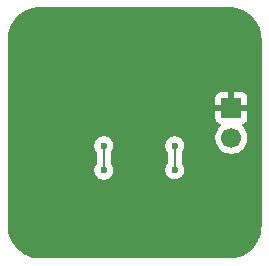
<source format=gbr>
%TF.GenerationSoftware,KiCad,Pcbnew,9.0.5*%
%TF.CreationDate,2025-10-23T10:34:40+02:00*%
%TF.ProjectId,BJT_astable_multivibrator,424a545f-6173-4746-9162-6c655f6d756c,rev?*%
%TF.SameCoordinates,Original*%
%TF.FileFunction,Copper,L2,Bot*%
%TF.FilePolarity,Positive*%
%FSLAX46Y46*%
G04 Gerber Fmt 4.6, Leading zero omitted, Abs format (unit mm)*
G04 Created by KiCad (PCBNEW 9.0.5) date 2025-10-23 10:34:40*
%MOMM*%
%LPD*%
G01*
G04 APERTURE LIST*
%TA.AperFunction,ComponentPad*%
%ADD10C,5.000000*%
%TD*%
%TA.AperFunction,ComponentPad*%
%ADD11R,1.700000X1.700000*%
%TD*%
%TA.AperFunction,ComponentPad*%
%ADD12C,1.700000*%
%TD*%
%TA.AperFunction,ViaPad*%
%ADD13C,0.600000*%
%TD*%
%TA.AperFunction,Conductor*%
%ADD14C,0.200000*%
%TD*%
G04 APERTURE END LIST*
D10*
%TO.P,H4,1,1*%
%TO.N,GND*%
X122000000Y-85400000D03*
%TD*%
%TO.P,H1,1,1*%
%TO.N,GND*%
X122000000Y-69600000D03*
%TD*%
D11*
%TO.P,J1,1,Pin_1*%
%TO.N,GND*%
X138200000Y-75400000D03*
D12*
%TO.P,J1,2,Pin_2*%
%TO.N,VCC*%
X138200000Y-77940000D03*
%TD*%
D10*
%TO.P,H2,1,1*%
%TO.N,GND*%
X138000000Y-69600000D03*
%TD*%
%TO.P,H3,1,1*%
%TO.N,GND*%
X138000000Y-85400000D03*
%TD*%
D13*
%TO.N,Net-(D1-K)*%
X133400000Y-78600000D03*
X133400000Y-80650000D03*
%TO.N,Net-(D2-K)*%
X127400000Y-78600000D03*
X127400000Y-80675000D03*
%TD*%
D14*
%TO.N,Net-(D1-K)*%
X133400000Y-80650000D02*
X133400000Y-78600000D01*
%TO.N,Net-(D2-K)*%
X127400000Y-80675000D02*
X127400000Y-78600000D01*
%TD*%
%TA.AperFunction,Conductor*%
%TO.N,GND*%
G36*
X138003472Y-66850695D02*
G01*
X138274419Y-66865910D01*
X138282397Y-66866618D01*
X138344584Y-66874169D01*
X138350293Y-66875000D01*
X138585859Y-66915024D01*
X138594708Y-66916864D01*
X138649097Y-66930270D01*
X138653643Y-66931484D01*
X138890491Y-66999719D01*
X138900091Y-67002917D01*
X138938558Y-67017505D01*
X138939603Y-67017902D01*
X138943050Y-67019269D01*
X139183997Y-67119072D01*
X139194155Y-67123830D01*
X139206816Y-67130475D01*
X139209116Y-67131713D01*
X139312596Y-67188905D01*
X139456727Y-67268564D01*
X139468500Y-67275961D01*
X139708604Y-67446323D01*
X139719476Y-67454993D01*
X139821178Y-67545880D01*
X139938997Y-67651169D01*
X139948830Y-67661002D01*
X140145006Y-67880523D01*
X140153676Y-67891395D01*
X140324038Y-68131499D01*
X140331436Y-68143273D01*
X140445267Y-68349234D01*
X140468254Y-68390826D01*
X140468264Y-68390843D01*
X140469534Y-68393202D01*
X140476168Y-68405843D01*
X140480931Y-68416012D01*
X140580716Y-68656915D01*
X140582096Y-68660395D01*
X140597075Y-68699889D01*
X140600288Y-68709535D01*
X140668501Y-68946309D01*
X140669744Y-68950961D01*
X140683128Y-69005263D01*
X140684979Y-69014167D01*
X140724989Y-69249644D01*
X140725837Y-69255471D01*
X140733379Y-69317595D01*
X140734088Y-69325586D01*
X140749306Y-69596552D01*
X140749501Y-69603448D01*
X140756761Y-85396396D01*
X140756555Y-85403595D01*
X140740449Y-85682777D01*
X140739690Y-85691076D01*
X140731598Y-85755552D01*
X140730715Y-85761439D01*
X140688354Y-86004048D01*
X140686356Y-86013364D01*
X140672307Y-86068450D01*
X140671042Y-86073040D01*
X140598463Y-86317941D01*
X140594978Y-86328072D01*
X140580603Y-86364640D01*
X140579247Y-86367947D01*
X140471801Y-86619716D01*
X140467057Y-86629599D01*
X140467042Y-86629627D01*
X140465434Y-86632535D01*
X140315148Y-86895864D01*
X140307372Y-86907832D01*
X140127790Y-87152150D01*
X140118683Y-87163151D01*
X139912190Y-87385207D01*
X139901877Y-87395089D01*
X139671224Y-87591923D01*
X139659844Y-87600553D01*
X139408134Y-87769527D01*
X139405317Y-87771364D01*
X139405268Y-87771395D01*
X139395788Y-87776823D01*
X139152488Y-87902241D01*
X139149290Y-87903831D01*
X139113859Y-87920822D01*
X139104006Y-87925034D01*
X138865033Y-88015179D01*
X138860544Y-88016775D01*
X138806590Y-88034792D01*
X138797447Y-88037459D01*
X138558565Y-88097304D01*
X138552758Y-88098611D01*
X138489039Y-88111359D01*
X138480815Y-88112719D01*
X138207989Y-88148450D01*
X138191887Y-88149500D01*
X122003481Y-88149500D01*
X121996528Y-88149305D01*
X121725586Y-88134088D01*
X121717595Y-88133379D01*
X121655471Y-88125837D01*
X121649644Y-88124989D01*
X121414167Y-88084979D01*
X121405263Y-88083128D01*
X121350961Y-88069744D01*
X121346309Y-88068501D01*
X121109535Y-88000288D01*
X121099889Y-87997075D01*
X121060395Y-87982096D01*
X121056915Y-87980716D01*
X120816012Y-87880931D01*
X120805843Y-87876168D01*
X120793202Y-87869534D01*
X120790843Y-87868264D01*
X120543273Y-87731436D01*
X120531499Y-87724038D01*
X120291395Y-87553676D01*
X120280523Y-87545006D01*
X120061002Y-87348830D01*
X120051169Y-87338997D01*
X119854993Y-87119476D01*
X119846323Y-87108604D01*
X119675961Y-86868500D01*
X119668564Y-86856727D01*
X119598668Y-86730261D01*
X119531713Y-86609115D01*
X119530464Y-86606796D01*
X119523830Y-86594155D01*
X119519072Y-86583997D01*
X119419269Y-86343050D01*
X119417902Y-86339603D01*
X119413529Y-86328072D01*
X119402917Y-86300091D01*
X119399719Y-86290491D01*
X119331484Y-86053643D01*
X119330270Y-86049097D01*
X119316864Y-85994708D01*
X119315024Y-85985859D01*
X119275000Y-85750293D01*
X119274169Y-85744584D01*
X119266618Y-85682397D01*
X119265910Y-85674410D01*
X119250695Y-85403472D01*
X119250500Y-85396520D01*
X119250500Y-78521153D01*
X126599500Y-78521153D01*
X126599500Y-78678846D01*
X126630261Y-78833489D01*
X126630264Y-78833501D01*
X126690602Y-78979172D01*
X126690609Y-78979185D01*
X126778602Y-79110874D01*
X126799480Y-79177551D01*
X126799500Y-79179765D01*
X126799500Y-80095234D01*
X126779815Y-80162273D01*
X126778602Y-80164125D01*
X126690609Y-80295814D01*
X126690602Y-80295827D01*
X126630264Y-80441498D01*
X126630261Y-80441510D01*
X126599500Y-80596153D01*
X126599500Y-80753846D01*
X126630261Y-80908489D01*
X126630264Y-80908501D01*
X126690602Y-81054172D01*
X126690609Y-81054185D01*
X126778210Y-81185288D01*
X126778213Y-81185292D01*
X126889707Y-81296786D01*
X126889711Y-81296789D01*
X127020814Y-81384390D01*
X127020827Y-81384397D01*
X127166498Y-81444735D01*
X127166503Y-81444737D01*
X127321153Y-81475499D01*
X127321156Y-81475500D01*
X127321158Y-81475500D01*
X127478844Y-81475500D01*
X127478845Y-81475499D01*
X127633497Y-81444737D01*
X127779179Y-81384394D01*
X127910289Y-81296789D01*
X128021789Y-81185289D01*
X128109394Y-81054179D01*
X128169737Y-80908497D01*
X128200500Y-80753842D01*
X128200500Y-80596158D01*
X128200500Y-80596155D01*
X128200499Y-80596153D01*
X128195527Y-80571158D01*
X128169737Y-80441503D01*
X128159380Y-80416498D01*
X128109397Y-80295827D01*
X128109390Y-80295814D01*
X128021398Y-80164125D01*
X128000520Y-80097447D01*
X128000500Y-80095234D01*
X128000500Y-79179765D01*
X128020185Y-79112726D01*
X128021398Y-79110874D01*
X128109390Y-78979185D01*
X128109390Y-78979184D01*
X128109394Y-78979179D01*
X128169737Y-78833497D01*
X128200500Y-78678842D01*
X128200500Y-78521158D01*
X128200500Y-78521155D01*
X128200499Y-78521153D01*
X132599500Y-78521153D01*
X132599500Y-78678846D01*
X132630261Y-78833489D01*
X132630264Y-78833501D01*
X132690602Y-78979172D01*
X132690609Y-78979185D01*
X132778602Y-79110874D01*
X132799480Y-79177551D01*
X132799500Y-79179765D01*
X132799500Y-80070234D01*
X132779815Y-80137273D01*
X132778602Y-80139125D01*
X132690609Y-80270814D01*
X132690602Y-80270827D01*
X132630264Y-80416498D01*
X132630261Y-80416510D01*
X132599500Y-80571153D01*
X132599500Y-80728846D01*
X132630261Y-80883489D01*
X132630264Y-80883501D01*
X132690602Y-81029172D01*
X132690609Y-81029185D01*
X132778210Y-81160288D01*
X132778213Y-81160292D01*
X132889707Y-81271786D01*
X132889711Y-81271789D01*
X133020814Y-81359390D01*
X133020827Y-81359397D01*
X133166498Y-81419735D01*
X133166503Y-81419737D01*
X133292176Y-81444735D01*
X133321153Y-81450499D01*
X133321156Y-81450500D01*
X133321158Y-81450500D01*
X133478844Y-81450500D01*
X133478845Y-81450499D01*
X133633497Y-81419737D01*
X133779179Y-81359394D01*
X133910289Y-81271789D01*
X134021789Y-81160289D01*
X134109394Y-81029179D01*
X134169737Y-80883497D01*
X134200500Y-80728842D01*
X134200500Y-80571158D01*
X134200500Y-80571155D01*
X134200499Y-80571153D01*
X134169738Y-80416510D01*
X134169737Y-80416503D01*
X134119752Y-80295827D01*
X134109397Y-80270827D01*
X134109390Y-80270814D01*
X134021398Y-80139125D01*
X134000520Y-80072447D01*
X134000500Y-80070234D01*
X134000500Y-79179765D01*
X134020185Y-79112726D01*
X134021398Y-79110874D01*
X134109390Y-78979185D01*
X134109390Y-78979184D01*
X134109394Y-78979179D01*
X134169737Y-78833497D01*
X134200500Y-78678842D01*
X134200500Y-78521158D01*
X134200500Y-78521155D01*
X134200499Y-78521153D01*
X134169738Y-78366510D01*
X134169737Y-78366503D01*
X134169735Y-78366498D01*
X134109397Y-78220827D01*
X134109390Y-78220814D01*
X134021789Y-78089711D01*
X134021786Y-78089707D01*
X133910292Y-77978213D01*
X133910288Y-77978210D01*
X133841045Y-77931943D01*
X133779185Y-77890609D01*
X133779172Y-77890602D01*
X133641828Y-77833713D01*
X136849500Y-77833713D01*
X136849500Y-78046286D01*
X136877144Y-78220827D01*
X136882754Y-78256243D01*
X136918578Y-78366498D01*
X136948444Y-78458414D01*
X137044951Y-78647820D01*
X137169890Y-78819786D01*
X137320213Y-78970109D01*
X137492179Y-79095048D01*
X137492181Y-79095049D01*
X137492184Y-79095051D01*
X137681588Y-79191557D01*
X137883757Y-79257246D01*
X138093713Y-79290500D01*
X138093714Y-79290500D01*
X138306286Y-79290500D01*
X138306287Y-79290500D01*
X138516243Y-79257246D01*
X138718412Y-79191557D01*
X138907816Y-79095051D01*
X138929789Y-79079086D01*
X139079786Y-78970109D01*
X139079788Y-78970106D01*
X139079792Y-78970104D01*
X139230104Y-78819792D01*
X139230106Y-78819788D01*
X139230109Y-78819786D01*
X139355048Y-78647820D01*
X139355047Y-78647820D01*
X139355051Y-78647816D01*
X139451557Y-78458412D01*
X139517246Y-78256243D01*
X139550500Y-78046287D01*
X139550500Y-77833713D01*
X139517246Y-77623757D01*
X139451557Y-77421588D01*
X139355051Y-77232184D01*
X139355049Y-77232181D01*
X139355048Y-77232179D01*
X139230109Y-77060213D01*
X139116181Y-76946285D01*
X139082696Y-76884962D01*
X139087680Y-76815270D01*
X139129552Y-76759337D01*
X139160529Y-76742422D01*
X139292086Y-76693354D01*
X139292093Y-76693350D01*
X139407187Y-76607190D01*
X139407190Y-76607187D01*
X139493350Y-76492093D01*
X139493354Y-76492086D01*
X139543596Y-76357379D01*
X139543598Y-76357372D01*
X139549999Y-76297844D01*
X139550000Y-76297827D01*
X139550000Y-75650000D01*
X138633012Y-75650000D01*
X138665925Y-75592993D01*
X138700000Y-75465826D01*
X138700000Y-75334174D01*
X138665925Y-75207007D01*
X138633012Y-75150000D01*
X139550000Y-75150000D01*
X139550000Y-74502172D01*
X139549999Y-74502155D01*
X139543598Y-74442627D01*
X139543596Y-74442620D01*
X139493354Y-74307913D01*
X139493350Y-74307906D01*
X139407190Y-74192812D01*
X139407187Y-74192809D01*
X139292093Y-74106649D01*
X139292086Y-74106645D01*
X139157379Y-74056403D01*
X139157372Y-74056401D01*
X139097844Y-74050000D01*
X138450000Y-74050000D01*
X138450000Y-74966988D01*
X138392993Y-74934075D01*
X138265826Y-74900000D01*
X138134174Y-74900000D01*
X138007007Y-74934075D01*
X137950000Y-74966988D01*
X137950000Y-74050000D01*
X137302155Y-74050000D01*
X137242627Y-74056401D01*
X137242620Y-74056403D01*
X137107913Y-74106645D01*
X137107906Y-74106649D01*
X136992812Y-74192809D01*
X136992809Y-74192812D01*
X136906649Y-74307906D01*
X136906645Y-74307913D01*
X136856403Y-74442620D01*
X136856401Y-74442627D01*
X136850000Y-74502155D01*
X136850000Y-75150000D01*
X137766988Y-75150000D01*
X137734075Y-75207007D01*
X137700000Y-75334174D01*
X137700000Y-75465826D01*
X137734075Y-75592993D01*
X137766988Y-75650000D01*
X136850000Y-75650000D01*
X136850000Y-76297844D01*
X136856401Y-76357372D01*
X136856403Y-76357379D01*
X136906645Y-76492086D01*
X136906649Y-76492093D01*
X136992809Y-76607187D01*
X136992812Y-76607190D01*
X137107906Y-76693350D01*
X137107913Y-76693354D01*
X137239470Y-76742422D01*
X137295404Y-76784293D01*
X137319821Y-76849758D01*
X137304969Y-76918031D01*
X137283819Y-76946285D01*
X137169889Y-77060215D01*
X137044951Y-77232179D01*
X136948444Y-77421585D01*
X136882753Y-77623760D01*
X136849500Y-77833713D01*
X133641828Y-77833713D01*
X133633501Y-77830264D01*
X133633489Y-77830261D01*
X133478845Y-77799500D01*
X133478842Y-77799500D01*
X133321158Y-77799500D01*
X133321155Y-77799500D01*
X133166510Y-77830261D01*
X133166498Y-77830264D01*
X133020827Y-77890602D01*
X133020814Y-77890609D01*
X132889711Y-77978210D01*
X132889707Y-77978213D01*
X132778213Y-78089707D01*
X132778210Y-78089711D01*
X132690609Y-78220814D01*
X132690602Y-78220827D01*
X132630264Y-78366498D01*
X132630261Y-78366510D01*
X132599500Y-78521153D01*
X128200499Y-78521153D01*
X128169738Y-78366510D01*
X128169737Y-78366503D01*
X128169735Y-78366498D01*
X128109397Y-78220827D01*
X128109390Y-78220814D01*
X128021789Y-78089711D01*
X128021786Y-78089707D01*
X127910292Y-77978213D01*
X127910288Y-77978210D01*
X127779185Y-77890609D01*
X127779172Y-77890602D01*
X127633501Y-77830264D01*
X127633489Y-77830261D01*
X127478845Y-77799500D01*
X127478842Y-77799500D01*
X127321158Y-77799500D01*
X127321155Y-77799500D01*
X127166510Y-77830261D01*
X127166498Y-77830264D01*
X127020827Y-77890602D01*
X127020814Y-77890609D01*
X126889711Y-77978210D01*
X126889707Y-77978213D01*
X126778213Y-78089707D01*
X126778210Y-78089711D01*
X126690609Y-78220814D01*
X126690602Y-78220827D01*
X126630264Y-78366498D01*
X126630261Y-78366510D01*
X126599500Y-78521153D01*
X119250500Y-78521153D01*
X119250500Y-69603479D01*
X119250695Y-69596527D01*
X119265910Y-69325588D01*
X119265911Y-69325586D01*
X119265911Y-69325575D01*
X119266619Y-69317596D01*
X119274170Y-69255403D01*
X119274998Y-69249719D01*
X119315026Y-69014129D01*
X119316861Y-69005302D01*
X119330276Y-68950877D01*
X119331477Y-68946382D01*
X119399723Y-68709493D01*
X119402911Y-68699923D01*
X119417918Y-68660352D01*
X119419250Y-68656995D01*
X119519079Y-68415985D01*
X119523822Y-68405858D01*
X119530514Y-68393108D01*
X119531684Y-68390936D01*
X119668564Y-68143270D01*
X119675959Y-68131502D01*
X119675961Y-68131499D01*
X119846330Y-67891385D01*
X119854985Y-67880531D01*
X120051179Y-67660991D01*
X120060991Y-67651179D01*
X120280531Y-67454985D01*
X120291385Y-67446330D01*
X120531506Y-67275956D01*
X120543270Y-67268564D01*
X120790936Y-67131684D01*
X120793108Y-67130514D01*
X120805858Y-67123822D01*
X120815985Y-67119079D01*
X121056995Y-67019250D01*
X121060352Y-67017918D01*
X121099923Y-67002911D01*
X121109493Y-66999723D01*
X121346382Y-66931477D01*
X121350877Y-66930276D01*
X121405302Y-66916861D01*
X121414129Y-66915026D01*
X121649719Y-66874998D01*
X121655403Y-66874170D01*
X121717607Y-66866617D01*
X121725575Y-66865911D01*
X121996528Y-66850695D01*
X122003480Y-66850500D01*
X137996520Y-66850500D01*
X138003472Y-66850695D01*
G37*
%TD.AperFunction*%
%TD*%
M02*

</source>
